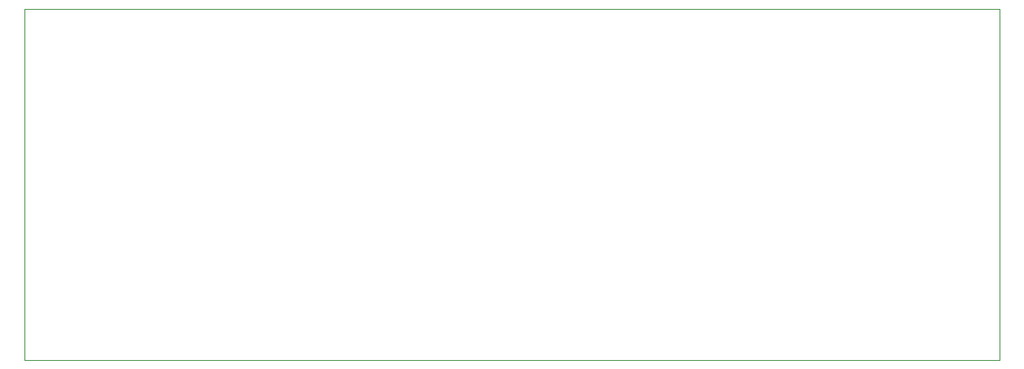
<source format=gbr>
%TF.GenerationSoftware,KiCad,Pcbnew,8.0.7*%
%TF.CreationDate,2025-05-07T21:37:47+01:00*%
%TF.ProjectId,ArduinoProMiniUSBHostProto,41726475-696e-46f5-9072-6f4d696e6955,rev?*%
%TF.SameCoordinates,Original*%
%TF.FileFunction,Profile,NP*%
%FSLAX46Y46*%
G04 Gerber Fmt 4.6, Leading zero omitted, Abs format (unit mm)*
G04 Created by KiCad (PCBNEW 8.0.7) date 2025-05-07 21:37:47*
%MOMM*%
%LPD*%
G01*
G04 APERTURE LIST*
%TA.AperFunction,Profile*%
%ADD10C,0.050000*%
%TD*%
G04 APERTURE END LIST*
D10*
X35850000Y-50000000D02*
X137100000Y-50000000D01*
X137100000Y-86500000D01*
X35850000Y-86500000D01*
X35850000Y-50000000D01*
M02*

</source>
